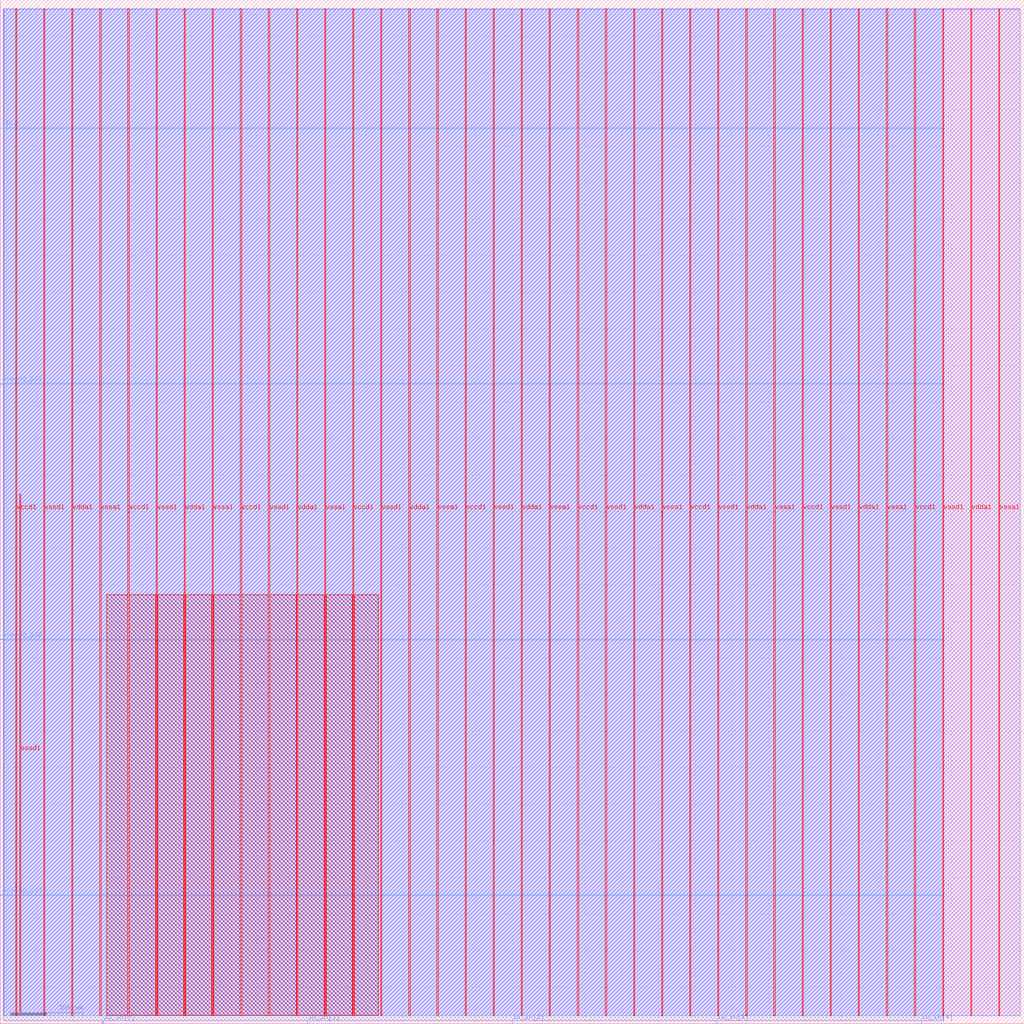
<source format=lef>
VERSION 5.7 ;
  NOWIREEXTENSIONATPIN ON ;
  DIVIDERCHAR "/" ;
  BUSBITCHARS "[]" ;
MACRO user_proj_example
  CLASS BLOCK ;
  FOREIGN user_proj_example ;
  ORIGIN 0.000 0.000 ;
  SIZE 1400.000 BY 1400.000 ;
  PIN SEL2
    DIRECTION INOUT ;
    USE SIGNAL ;
    ANTENNADIFFAREA 0.434700 ;
    PORT
      LAYER met3 ;
        RECT 0.000 1224.040 4.000 1224.640 ;
    END
  END SEL2
  PIN analog_io1
    DIRECTION INPUT ;
    USE SIGNAL ;
    ANTENNAGATEAREA 0.247500 ;
    PORT
      LAYER met3 ;
        RECT 0.000 874.520 4.000 875.120 ;
    END
  END analog_io1
  PIN analog_io2
    DIRECTION INPUT ;
    USE SIGNAL ;
    ANTENNAGATEAREA 0.426000 ;
    PORT
      LAYER met3 ;
        RECT 0.000 525.000 4.000 525.600 ;
    END
  END analog_io2
  PIN analog_io3
    DIRECTION INPUT ;
    USE SIGNAL ;
    ANTENNAGATEAREA 0.426000 ;
    PORT
      LAYER met3 ;
        RECT 0.000 175.480 4.000 176.080 ;
    END
  END analog_io3
  PIN io_in[0]
    DIRECTION INPUT ;
    USE SIGNAL ;
    ANTENNAGATEAREA 0.159000 ;
    PORT
      LAYER met2 ;
        RECT 140.390 0.000 140.670 4.000 ;
    END
  END io_in[0]
  PIN io_in[1]
    DIRECTION INPUT ;
    USE SIGNAL ;
    ANTENNAGATEAREA 0.247500 ;
    PORT
      LAYER met2 ;
        RECT 420.070 0.000 420.350 4.000 ;
    END
  END io_in[1]
  PIN io_in[2]
    DIRECTION INPUT ;
    USE SIGNAL ;
    ANTENNAGATEAREA 0.213000 ;
    PORT
      LAYER met2 ;
        RECT 699.750 0.000 700.030 4.000 ;
    END
  END io_in[2]
  PIN io_in[3]
    DIRECTION INPUT ;
    USE SIGNAL ;
    ANTENNAGATEAREA 0.247500 ;
    PORT
      LAYER met2 ;
        RECT 979.430 0.000 979.710 4.000 ;
    END
  END io_in[3]
  PIN io_in[4]
    DIRECTION INPUT ;
    USE SIGNAL ;
    ANTENNAGATEAREA 0.742500 ;
    PORT
      LAYER met2 ;
        RECT 1259.110 0.000 1259.390 4.000 ;
    END
  END io_in[4]
  PIN vccd1
    DIRECTION INOUT ;
    USE POWER ;
    PORT
      LAYER met4 ;
        RECT 21.040 10.640 22.640 1387.440 ;
    END
    PORT
      LAYER met4 ;
        RECT 174.640 10.640 176.240 1387.440 ;
    END
    PORT
      LAYER met4 ;
        RECT 328.240 10.640 329.840 1387.440 ;
    END
    PORT
      LAYER met4 ;
        RECT 481.840 10.640 483.440 1387.440 ;
    END
    PORT
      LAYER met4 ;
        RECT 635.440 10.640 637.040 1387.440 ;
    END
    PORT
      LAYER met4 ;
        RECT 789.040 10.640 790.640 1387.440 ;
    END
    PORT
      LAYER met4 ;
        RECT 942.640 10.640 944.240 1387.440 ;
    END
    PORT
      LAYER met4 ;
        RECT 1096.240 10.640 1097.840 1387.440 ;
    END
    PORT
      LAYER met4 ;
        RECT 1249.840 10.640 1251.440 1387.440 ;
    END
  END vccd1
  PIN vdda1
    DIRECTION INOUT ;
    USE POWER ;
    PORT
      LAYER met4 ;
        RECT 97.840 10.640 99.440 1387.440 ;
    END
    PORT
      LAYER met4 ;
        RECT 251.440 10.640 253.040 1387.440 ;
    END
    PORT
      LAYER met4 ;
        RECT 405.040 10.640 406.640 1387.440 ;
    END
    PORT
      LAYER met4 ;
        RECT 558.640 10.640 560.240 1387.440 ;
    END
    PORT
      LAYER met4 ;
        RECT 712.240 10.640 713.840 1387.440 ;
    END
    PORT
      LAYER met4 ;
        RECT 865.840 10.640 867.440 1387.440 ;
    END
    PORT
      LAYER met4 ;
        RECT 1019.440 10.640 1021.040 1387.440 ;
    END
    PORT
      LAYER met4 ;
        RECT 1173.040 10.640 1174.640 1387.440 ;
    END
    PORT
      LAYER met4 ;
        RECT 1326.640 10.640 1328.240 1387.440 ;
    END
  END vdda1
  PIN vssa1
    DIRECTION INOUT ;
    USE GROUND ;
    PORT
      LAYER met4 ;
        RECT 136.240 10.640 137.840 1387.440 ;
    END
    PORT
      LAYER met4 ;
        RECT 289.840 10.640 291.440 1387.440 ;
    END
    PORT
      LAYER met4 ;
        RECT 443.440 10.640 445.040 1387.440 ;
    END
    PORT
      LAYER met4 ;
        RECT 597.040 10.640 598.640 1387.440 ;
    END
    PORT
      LAYER met4 ;
        RECT 750.640 10.640 752.240 1387.440 ;
    END
    PORT
      LAYER met4 ;
        RECT 904.240 10.640 905.840 1387.440 ;
    END
    PORT
      LAYER met4 ;
        RECT 1057.840 10.640 1059.440 1387.440 ;
    END
    PORT
      LAYER met4 ;
        RECT 1211.440 10.640 1213.040 1387.440 ;
    END
    PORT
      LAYER met4 ;
        RECT 1365.040 10.640 1366.640 1387.440 ;
    END
  END vssa1
  PIN vssd1
    DIRECTION INOUT ;
    USE GROUND ;
    PORT
      LAYER met4 ;
        RECT 59.440 10.640 61.040 1387.440 ;
    END
    PORT
      LAYER met4 ;
        RECT 213.040 10.640 214.640 1387.440 ;
    END
    PORT
      LAYER met4 ;
        RECT 366.640 10.640 368.240 1387.440 ;
    END
    PORT
      LAYER met4 ;
        RECT 520.240 10.640 521.840 1387.440 ;
    END
    PORT
      LAYER met4 ;
        RECT 673.840 10.640 675.440 1387.440 ;
    END
    PORT
      LAYER met4 ;
        RECT 827.440 10.640 829.040 1387.440 ;
    END
    PORT
      LAYER met4 ;
        RECT 981.040 10.640 982.640 1387.440 ;
    END
    PORT
      LAYER met4 ;
        RECT 1134.640 10.640 1136.240 1387.440 ;
    END
    PORT
      LAYER met4 ;
        RECT 1288.240 10.640 1289.840 1387.440 ;
    END
    PORT
      LAYER met4 ;
        RECT 26.340 16.080 27.940 723.760 ;
    END
  END vssd1
  OBS
      LAYER li1 ;
        RECT 5.520 10.795 1394.260 1387.285 ;
      LAYER met1 ;
        RECT 4.670 10.640 1394.260 1387.440 ;
      LAYER met2 ;
        RECT 4.690 4.280 1289.810 1387.385 ;
        RECT 4.690 4.000 140.110 4.280 ;
        RECT 140.950 4.000 419.790 4.280 ;
        RECT 420.630 4.000 699.470 4.280 ;
        RECT 700.310 4.000 979.150 4.280 ;
        RECT 979.990 4.000 1258.830 4.280 ;
        RECT 1259.670 4.000 1289.810 4.280 ;
      LAYER met3 ;
        RECT 3.990 1225.040 1289.830 1387.365 ;
        RECT 4.400 1223.640 1289.830 1225.040 ;
        RECT 3.990 875.520 1289.830 1223.640 ;
        RECT 4.400 874.120 1289.830 875.520 ;
        RECT 3.990 526.000 1289.830 874.120 ;
        RECT 4.400 524.600 1289.830 526.000 ;
        RECT 3.990 176.480 1289.830 524.600 ;
        RECT 4.400 175.080 1289.830 176.480 ;
        RECT 3.990 10.715 1289.830 175.080 ;
      LAYER met4 ;
        RECT 145.655 11.735 174.240 586.665 ;
        RECT 176.640 11.735 212.640 586.665 ;
        RECT 215.040 11.735 251.040 586.665 ;
        RECT 253.440 11.735 289.440 586.665 ;
        RECT 291.840 11.735 327.840 586.665 ;
        RECT 330.240 11.735 366.240 586.665 ;
        RECT 368.640 11.735 404.640 586.665 ;
        RECT 407.040 11.735 443.040 586.665 ;
        RECT 445.440 11.735 481.440 586.665 ;
        RECT 483.840 11.735 516.745 586.665 ;
  END
END user_proj_example
END LIBRARY


</source>
